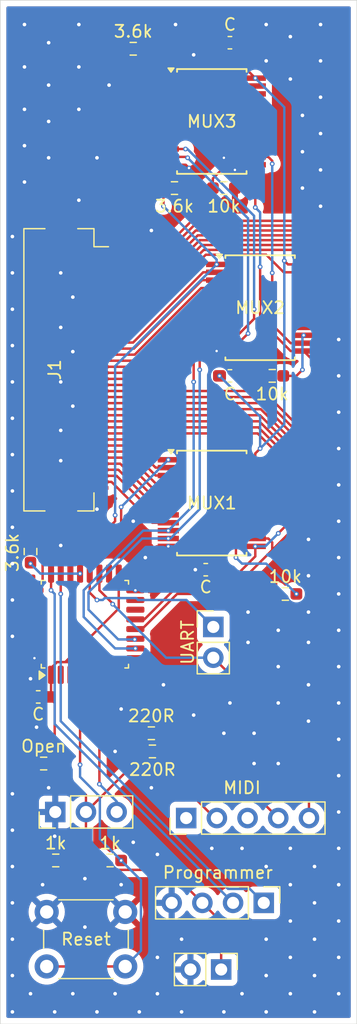
<source format=kicad_pcb>
(kicad_pcb (version 20240108) (generator "pcbnew") (generator_version "8.0")
  (layers (0 "F.Cu" signal) (31 "B.Cu" signal) (34 "B.Paste" user) (35 "F.Paste" user) (36 "B.SilkS" user "B.Silkscreen") (37 "F.SilkS" user "F.Silkscreen") (38 "B.Mask" user) (39 "F.Mask" user) (44 "Edge.Cuts" user))
  (net 0 "")
  (net 1 "VCC")
  (net 2 "Net-(STM32L031K6Tx1-NRST)")
  (net 3 "GND")
  (net 4 "Net-(STM32L031K6Tx1-BOOT0)")
  (net 5 "/IN_0")
  (net 6 "/IN_1")
  (net 7 "/IN_2")
  (net 8 "Net-(MUX3-~{E})")
  (net 9 "Net-(MUX1-~{E})")
  (net 10 "Net-(MUX2-~{E})")
  (net 11 "Net-(MIDI1-Pin_4)")
  (net 12 "Net-(MIDI1-Pin_2)")
  (net 13 "/N19")
  (net 14 "/N8")
  (net 15 "/N15")
  (net 16 "/N10")
  (net 17 "/N33")
  (net 18 "/N26")
  (net 19 "/N20")
  (net 20 "/N21")
  (net 21 "/N1")
  (net 22 "/N27")
  (net 23 "/N18")
  (net 24 "/N32")
  (net 25 "/N7")
  (net 26 "/N6")
  (net 27 "/N22")
  (net 28 "/N30")
  (net 30 "/N12")
  (net 31 "/N31")
  (net 32 "/N9")
  (net 33 "/N2")
  (net 34 "/N3")
  (net 35 "/N25")
  (net 37 "/N13")
  (net 38 "/N23")
  (net 39 "/N29")
  (net 40 "/N5")
  (net 41 "/N14")
  (net 42 "/N11")
  (net 43 "/N36")
  (net 44 "/N34")
  (net 45 "/N28")
  (net 46 "/N16")
  (net 47 "/N4")
  (net 48 "/N35")
  (net 49 "/N24")
  (net 50 "/N17")
  (net 51 "/N0")
  (net 52 "/PA0")
  (net 53 "/UART_TX")
  (net 56 "/S2")
  (net 57 "/S0")
  (net 58 "/S1")
  (net 59 "/S3")
  (net 71 "/SWDIO")
  (net 72 "/SWCLK")
  (net 73 "/UART_RX")
  (footprint "Connector_PinHeader_2.54mm:PinHeader_1x02_P2.54mm_Vertical" (layer "F.Cu") (at 109.625 145.725)
    (property "Reference" "UART")
    (property "Value" "Conn_01x02_Pin" (hide yes))
  )
  (footprint "Connector_FFC-FPC:Hirose_FH12-40S-0.5SH_1x40-1MP_P0.50mm_Horizontal" (layer "F.Cu") (at 98.45 124.5 -90)
    (property "Reference" "J1")
    (property "Value" "Conn_01x40_Pin" (hide yes))
  )
  (footprint "Resistor_SMD:R_0603_1608Metric_Pad0.98x0.95mm_HandSolder" (layer "F.Cu") (at 115.5875 143)
    (property "Reference" "10k")
    (property "Value" "R" (hide yes))
  )
  (footprint "Connector_PinHeader_2.54mm:PinHeader_1x05_P2.54mm_Vertical" (layer "F.Cu") (at 107.38 161.5 90)
    (property "Reference" "MIDI")
    (property "Value" "Conn_01x05" (hide yes))
  )
  (footprint "Connector_PinHeader_2.54mm:PinHeader_1x02_P2.54mm_Vertical" (layer "F.Cu") (at 110.275 174 -90)
    (property "Reference" "Misc_Power1" (hide yes))
    (property "Value" "Power In")
  )
  (footprint "Capacitor_SMD:C_0603_1608Metric_Pad1.08x0.95mm_HandSolder" (layer "F.Cu") (at 111 97.5 180)
    (property "Reference" "C")
    (property "Value" "C" (hide yes))
  )
  (footprint "Capacitor_SMD:C_0603_1608Metric_Pad1.08x0.95mm_HandSolder" (layer "F.Cu") (at 95.1375 151.5 180)
    (property "Reference" "C")
    (property "Value" "C" (hide yes))
  )
  (footprint "Resistor_SMD:R_0603_1608Metric_Pad0.98x0.95mm_HandSolder" (layer "F.Cu") (at 96.5875 165)
    (property "Reference" "1k")
    (property "Value" "R" (hide yes))
  )
  (footprint "Capacitor_SMD:C_0603_1608Metric_Pad1.08x0.95mm_HandSolder" (layer "F.Cu") (at 111 125)
    (property "Reference" "C")
    (property "Value" "C" (hide yes))
  )
  (footprint "Button_Switch_THT:SW_PUSH_6mm_H4.3mm" (layer "F.Cu") (at 95.8375 169.25)
    (property "Reference" "Reset")
    (property "Value" "SW_Push" (hide yes))
  )
  (footprint "Resistor_SMD:R_0603_1608Metric_Pad0.98x0.95mm_HandSolder" (layer "F.Cu") (at 94.5 139.5 -90)
    (property "Reference" "3.6k")
    (property "Value" "R" (hide yes))
  )
  (footprint "Resistor_SMD:R_0603_1608Metric_Pad0.98x0.95mm_HandSolder" (layer "F.Cu") (at 114.5 125 180)
    (property "Reference" "10k")
    (property "Value" "R" (hide yes))
  )
  (footprint "Capacitor_SMD:C_0603_1608Metric_Pad1.08x0.95mm_HandSolder" (layer "F.Cu") (at 109 141 180)
    (property "Reference" "C")
    (property "Value" "C" (hide yes))
  )
  (footprint "Resistor_SMD:R_0603_1608Metric_Pad0.98x0.95mm_HandSolder" (layer "F.Cu") (at 110.5 109.5)
    (property "Reference" "10k")
    (property "Value" "R" (hide yes))
  )
  (footprint "Resistor_SMD:R_0603_1608Metric_Pad0.98x0.95mm_HandSolder" (layer "F.Cu") (at 95.5875 157)
    (property "Reference" "Open")
    (property "Value" "R" (hide yes))
  )
  (footprint "Package_SO:SSOP-24_5.3x8.2mm_P0.65mm" (layer "F.Cu") (at 113.5 119.375)
    (property "Reference" "MUX2")
    (property "Value" "CD74HC4067M" (hide yes))
  )
  (footprint "Package_SO:SSOP-24_5.3x8.2mm_P0.65mm" (layer "F.Cu") (at 109.5 104)
    (property "Reference" "MUX3")
    (property "Value" "CD74HC4067M" (hide yes))
  )
  (footprint "Resistor_SMD:R_0603_1608Metric_Pad0.98x0.95mm_HandSolder" (layer "F.Cu") (at 106.4125 109.5)
    (property "Reference" "3.6k")
    (property "Value" "R" (hide yes))
  )
  (footprint "Resistor_SMD:R_0603_1608Metric_Pad0.98x0.95mm_HandSolder" (layer "F.Cu") (at 101.0875 165)
    (property "Reference" "1k")
    (property "Value" "R" (hide yes))
  )
  (footprint "Resistor_SMD:R_0603_1608Metric_Pad0.98x0.95mm_HandSolder" (layer "F.Cu") (at 103 98)
    (property "Reference" "3.6k")
    (property "Value" "R" (hide yes))
  )
  (footprint "Resistor_SMD:R_0603_1608Metric_Pad0.98x0.95mm_HandSolder" (layer "F.Cu") (at 104.5875 156)
    (property "Reference" "220R")
    (property "Value" "R" (hide yes))
  )
  (footprint "Resistor_SMD:R_0603_1608Metric_Pad0.98x0.95mm_HandSolder" (layer "F.Cu") (at 104.5 154.5)
    (property "Reference" "220R")
    (property "Value" "R" (hide yes))
  )
  (footprint "Connector_PinHeader_2.54mm:PinHeader_1x03_P2.54mm_Vertical" (layer "F.Cu") (at 96.5475 161 90)
    (property "Reference" "J2" (hide yes))
    (property "Value" "Breath Sensor" (hide yes))
  )
  (footprint "Package_SO:SSOP-24_5.3x8.2mm_P0.65mm" (layer "F.Cu") (at 109.5 135.5)
    (property "Reference" "MUX1")
    (property "Value" "CD74HC4067M" (hide yes))
  )
  (footprint "Connector_PinHeader_2.54mm:PinHeader_1x04_P2.54mm_Vertical" (layer "F.Cu") (at 113.8 168.5 -90)
    (property "Reference" "Programmer")
    (property "Value" "Conn_01x04" (hide yes))
  )
  (footprint "Package_QFP:LQFP-32_7x7mm_P0.8mm" (layer "F.Cu") (at 99 145.5 90)
    (property "Reference" "STM32L031K6Tx1" (hide yes))
    (property "Value" "STM32L031K6Tx" (hide yes))
  )
  (gr_rect (start 92 94) (end 121.5 178.5) (stroke (width 0.05)) (fill none) (layer "Edge.Cuts"))
  (segment (start 110.275 170.055) (end 108.72 168.5) (width 0.2) (layer "F.Cu") (net 1))
  (segment (start 102.125 141) (end 106.5 141) (width 0.2) (layer "F.Cu") (net 1))
  (segment (start 106.5 141) (end 110.5 137) (width 0.2) (layer "F.Cu") (net 1))
  (segment (start 117.1 115.8) (end 115.8 115.8) (width 0.2) (layer "F.Cu") (net 1))
  (segment (start 96.2 149.120494) (end 96.2 149.675) (width 0.2) (layer "F.Cu") (net 1))
  (segment (start 102.25 141.775) (end 101.8 141.325) (width 0.2) (layer "F.Cu") (net 1))
  (segment (start 96.5 152) (end 96 151.5) (width 0.2) (layer "F.Cu") (net 1))
  (segment (start 109.8625 141) (end 109.0875 141.775) (width 0.2) (layer "F.Cu") (net 1))
  (segment (start 115.8 115.8) (end 115.5 115.5) (width 0.2) (layer "F.Cu") (net 1))
  (segment (start 113.1 131.4) (end 113.5 131) (width 0.2) (layer "F.Cu") (net 1))
  (segment (start 98.904506 148.625) (end 96.695494 148.625) (width 0.2) (layer "F.Cu") (net 1))
  (segment (start 103.675 156.4125) (end 103.675 156) (width 0.2) (layer "F.Cu") (net 1))
  (segment (start 99.0875 163.9125) (end 100.175 165) (width 0.2) (layer "F.Cu") (net 1))
  (segment (start 99.0875 159.5875) (end 96.5 157) (width 0.2) (layer "F.Cu") (net 1))
  (segment (start 99.4 149.120494) (end 98.904506 148.625) (width 0.2) (layer "F.Cu") (net 1))
  (segment (start 105.995 165.775) (end 100.95 165.775) (width 0.2) (layer "F.Cu") (net 1))
  (segment (start 97.375 148.625) (end 96.695494 148.625) (width 0.2) (layer "F.Cu") (net 1))
  (segment (start 112.025 131.925) (end 113.1 131.925) (width 0.2) (layer "F.Cu") (net 1))
  (segment (start 96.5 157) (end 96.5 152) (width 0.2) (layer "F.Cu") (net 1))
  (segment (start 108.72 168.5) (end 105.995 165.775) (width 0.2) (layer "F.Cu") (net 1))
  (segment (start 96.695494 148.625) (end 96.2 149.120494) (width 0.2) (layer "F.Cu") (net 1))
  (segment (start 111.8625 99.1875) (end 113.1 100.425) (width 0.2) (layer "F.Cu") (net 1))
  (segment (start 110.275 174) (end 110.275 170.055) (width 0.2) (layer "F.Cu") (net 1))
  (segment (start 113.1 131.925) (end 113.1 131.4) (width 0.2) (layer "F.Cu") (net 1))
  (segment (start 101.8 144.2) (end 97.375 148.625) (width 0.2) (layer "F.Cu") (net 1))
  (segment (start 100.95 165.775) (end 100.175 165) (width 0.2) (layer "F.Cu") (net 1))
  (segment (start 99.0875 161) (end 99.0875 159.5875) (width 0.2) (layer "F.Cu") (net 1))
  (segment (start 109.0875 141.775) (end 102.25 141.775) (width 0.2) (layer "F.Cu") (net 1))
  (segment (start 111.8625 97.5) (end 111.8625 99.1875) (width 0.2) (layer "F.Cu") (net 1))
  (segment (start 96.2 149.675) (end 96.2 151.3) (width 0.2) (layer "F.Cu") (net 1))
  (segment (start 99.0875 161) (end 99.0875 163.9125) (width 0.2) (layer "F.Cu") (net 1))
  (segment (start 110.5 137) (end 110.5 133.45) (width 0.2) (layer "F.Cu") (net 1))
  (segment (start 99.4 149.675) (end 99.4 149.120494) (width 0.2) (layer "F.Cu") (net 1))
  (segment (start 99.0875 161) (end 103.675 156.4125) (width 0.2) (layer "F.Cu") (net 1))
  (segment (start 101.8 141.325) (end 101.8 144.2) (width 0.2) (layer "F.Cu") (net 1))
  (segment (start 110.5 133.45) (end 112.025 131.925) (width 0.2) (layer "F.Cu") (net 1))
  (segment (start 96.2 151.3) (end 96 151.5) (width 0.2) (layer "F.Cu") (net 1))
  (segment (start 101.8 141.325) (end 102.125 141) (width 0.2) (layer "F.Cu") (net 1))
  (via micro (at 113.1 100.425) (size 0.4) (drill 0.2) (layers "F.Cu" "B.Cu") (net 1))
  (via micro (at 113.5 131) (size 0.4) (drill 0.2) (layers "F.Cu" "B.Cu") (net 1))
  (via micro (at 110.1375 125) (size 0.4) (drill 0.2) (layers "F.Cu" "B.Cu") (net 1))
  (via micro (at 115.5 115.5) (size 0.4) (drill 0.2) (layers "F.Cu" "B.Cu") (net 1))
  (segment (start 115.5 102.825) (end 115.5 115.5) (width 0.2) (layer "B.Cu") (net 1))
  (segment (start 113.5 128.3625) (end 110.1375 125) (width 0.2) (layer "B.Cu") (net 1))
  (segment (start 113.5 131) (end 115.5 129) (width 0.2) (layer "B.Cu") (net 1))
  (segment (start 113.1 100.425) (end 115.5 102.825) (width 0.2) (layer "B.Cu") (net 1))
  (segment (start 113.5 131) (end 113.5 128.3625) (width 0.2) (layer "B.Cu") (net 1))
  (segment (start 115.5 129) (end 115.5 115.5) (width 0.2) (layer "B.Cu") (net 1))
  (segment (start 95.8375 173.75) (end 102.3375 173.75) (width 0.2) (layer "F.Cu") (net 2))
  (segment (start 98.6 157.1) (end 98.6 149.675) (width 0.2) (layer "F.Cu") (net 2))
  (via micro (at 102 165) (size 0.4) (drill 0.2) (layers "F.Cu" "B.Cu") (net 2))
  (via micro (at 98.6 157.1) (size 0.4) (drill 0.2) (layers "F.Cu" "B.Cu") (net 2))
  (segment (start 102 165) (end 103.6375 166.6375) (width 0.2) (layer "B.Cu") (net 2))
  (segment (start 100.2375 163.2375) (end 102 165) (width 0.2) (layer "B.Cu") (net 2))
  (segment (start 103.6375 172.45) (end 102.3375 173.75) (width 0.2) (layer "B.Cu") (net 2))
  (segment (start 98.6 157.1) (end 98.6 158.1) (width 0.2) (layer "B.Cu") (net 2))
  (segment (start 100.2375 159.7375) (end 100.2375 163.2375) (width 0.2) (layer "B.Cu") (net 2))
  (segment (start 98.6 158.1) (end 100.2375 159.7375) (width 0.2) (layer "B.Cu") (net 2))
  (segment (start 103.6375 166.6375) (end 103.6375 172.45) (width 0.2) (layer "B.Cu") (net 2))
  (segment (start 110.5 107) (end 109.5 107) (width 0.2) (layer "F.Cu") (net 3))
  (segment (start 111.8625 125) (end 111.8625 124.9125) (width 0.2) (layer "F.Cu") (net 3))
  (segment (start 111.8625 124.9125) (end 109.9 122.95) (width 0.2) (layer "F.Cu") (net 3))
  (segment (start 107.340649 107.575) (end 107.610685 107.845036) (width 0.2) (layer "F.Cu") (net 3))
  (segment (start 108.654964 107.845036) (end 107.610685 107.845036) (width 0.2) (layer "F.Cu") (net 3))
  (segment (start 99.25 134.25) (end 97 132) (width 0.2) (layer "F.Cu") (net 3))
  (segment (start 100.3 135.7) (end 100 136) (width 0.2) (layer "F.Cu") (net 3))
  (segment (start 111.8625 125) (end 113.5875 125) (width 0.2) (layer "F.Cu") (net 3))
  (segment (start 105.9 107.575) (end 107.340649 107.575) (width 0.2) (layer "F.Cu") (net 3))
  (segment (start 105.9 139.075) (end 104.925 139.075) (width 0.2) (layer "F.Cu") (net 3))
  (segment (start 100.3 134.25) (end 100.3 135.7) (width 0.2) (layer "F.Cu") (net 3))
  (segment (start 104.925 139.075) (end 104 140) (width 0.2) (layer "F.Cu") (net 3))
  (segment (start 100.3 134.25) (end 99.25 134.25) (width 0.2) (layer "F.Cu") (net 3))
  (segment (start 109.5 107) (end 108.654964 107.845036) (width 0.2) (layer "F.Cu") (net 3))
  (via (at 116 167) (size 0.6) (drill 0.3) (layers "F.Cu" "B.Cu") (net 3))
  (via (at 96 101) (size 0.6) (drill 0.3) (layers "F.Cu" "B.Cu") (net 3))
  (via (at 112.5 147) (size 0.6) (drill 0.3) (layers "F.Cu" "B.Cu") (net 3))
  (via (at 118 174.5) (size 0.6) (drill 0.3) (layers "F.Cu" "B.Cu") (net 3))
  (via (at 117 103.5) (size 0.6) (drill 0.3) (layers "F.Cu" "B.Cu") (net 3))
  (via (at 118.5 111) (size 0.6) (drill 0.3) (layers "F.Cu" "B.Cu") (net 3))
  (via (at 101.5 176) (size 0.6) (drill 0.3) (layers "F.Cu" "B.Cu") (net 3))
  (via (at 98 176) (size 0.6) (drill 0.3) (layers "F.Cu" "B.Cu") (net 3))
  (via (at 115 149) (size 0.6) (drill 0.3) (layers "F.Cu" "B.Cu") (net 3))
  (via (at 120 131) (size 0.6) (drill 0.3) (layers "F.Cu" "B.Cu") (net 3))
  (via (at 120 125) (size 0.6) (drill 0.3) (layers "F.Cu" "B.Cu") (net 3))
  (via (at 120 143) (size 0.6) (drill 0.3) (layers "F.Cu" "B.Cu") (net 3))
  (via (at 120 152) (size 0.6) (drill 0.3) (layers "F.Cu" "B.Cu") (net 3))
  (via (at 104 140) (size 0.6) (drill 0.3) (layers "F.Cu" "B.Cu") (net 3))
  (via (at 117.5 138.5) (size 0.6) (drill 0.3) (layers "F.Cu" "B.Cu") (net 3))
  (via (at 93 177.5) (size 0.6) (drill 0.3) (layers "F.Cu" "B.Cu") (net 3))
  (via (at 94 96) (size 0.6) (drill 0.3) (layers "F.Cu" "B.Cu") (net 3))
  (via (at 97 125.5) (size 0.6) (drill 0.3) (layers "F.Cu" "B.Cu") (net 3))
  (via (at 120 149) (size 0.6) (drill 0.3) (layers "F.Cu" "B.Cu") (net 3))
  (via micro (at 110.5 107) (size 0.4) (drill 0.2) (layers "F.Cu" "B.Cu") (net 3))
  (via (at 108 98.5) (size 0.6) (drill 0.3) (layers "F.Cu" "B.Cu") (net 3))
  (via (at 113 154.5) (size 0.6) (drill 0.3) (layers "F.Cu" "B.Cu") (net 3))
  (via (at 98 123) (size 0.6) (drill 0.3) (layers "F.Cu" "B.Cu") (net 3))
  (via (at 120 158) (size 0.6) (drill 0.3) (layers "F.Cu" "B.Cu") (net 3))
  (via (at 114 165.5) (size 0.6) (drill 0.3) (layers "F.Cu" "B.Cu") (net 3))
  (via (at 120 146) (size 0.6) (drill 0.3) (layers "F.Cu" "B.Cu") (net 3))
  (via (at 93 171.5) (size 0.6) (drill 0.3) (layers "F.Cu" "B.Cu") (net 3))
  (via (at 120 173) (size 0.6) (drill 0.3) (layers "F.Cu" "B.Cu") (net 3))
  (via (at 93 119.5) (size 0.6) (drill 0.3) (layers "F.Cu" "B.Cu") (net 3))
  (via (at 117 106.5) (size 0.6) (drill 0.3) (layers "F.Cu" "B.Cu") (net 3))
  (via (at 102 167) (size 0.6) (drill 0.3) (layers "F.Cu" "B.Cu") (net 3))
  (via (at 117.5 153.5) (size 0.6) (drill 0.3) (layers "F.Cu" "B.Cu") (net 3))
  (via (at 103 137) (size 0.6) (drill 0.3) (layers "F.Cu" "B.Cu") (net 3))
  (via (at 98 118.5) (size 0.6) (drill 0.3) (layers "F.Cu" "B.Cu") (net 3))
  (via (at 98.5 110.5) (size 0.6) (drill 0.3) (layers "F.Cu" "B.Cu") (net 3))
  (via (at 112.5 144.5) (size 0.6) (drill 0.3) (layers "F.Cu" "B.Cu") (net 3))
  (via (at 120 122) (size 0.6) (drill 0.3) (layers "F.Cu" "B.Cu") (net 3))
  (via (at 93 128.5) (size 0.6) (drill 0.3) (layers "F.Cu" "B.Cu") (net 3))
  (via (at 94 109) (size 0.6) (drill 0.3) (layers "F.Cu" "B.Cu") (net 3))
  (via (at 120 164) (size 0.6) (drill 0.3) (layers "F.Cu" "B.Cu") (net 3))
  (via (at 110.5 154.5) (size 0.6) (drill 0.3) (layers "F.Cu" "B.Cu") (net 3))
  (via micro (at 111.4125 108) (size 0.4) (drill 0.2) (layers "F.Cu" "B.Cu") (net 3))
  (via (at 93 168.5) (size 0.6) (drill 0.3) (layers "F.Cu" "B.Cu") (net 3))
  (via (at 108 153) (size 0.6) (drill 0.3) (layers "F.Cu" "B.Cu") (net 3))
  (via (at 107 171.5) (size 0.6) (drill 0.3) (layers "F.Cu" "B.Cu") (net 3))
  (via (at 118.5 108) (size 0.6) (drill 0.3) (layers "F.Cu" "B.Cu") (net 3))
  (via (at 117.5 147) (size 0.6) (drill 0.3) (layers "F.Cu" "B.Cu") (net 3))
  (via (at 103 163.5) (size 0.6) (drill 0.3) (layers "F.Cu" "B.Cu") (net 3))
  (via (at 116 173) (size 0.6) (drill 0.3) (layers "F.Cu" "B.Cu") (net 3))
  (via (at 93 159.5) (size 0.6) (drill 0.3) (layers "F.Cu" "B.Cu") (net 3))
  (via (at 120 128) (size 0.6) (drill 0.3) (layers "F.Cu" "B.Cu") (net 3))
  (via (at 116 170) (size 0.6) (drill 0.3) (layers "F.Cu" "B.Cu") (net 3))
  (via (at 97 139) (size 0.6) (drill 0.3) (layers "F.Cu" "B.Cu") (net 3))
  (via (at 110.5 177.5) (size 0.6) (drill 0.3) (layers "F.Cu" "B.Cu") (net 3))
  (via (at 98.5 99.5) (size 0.6) (drill 0.3) (layers "F.Cu" "B.Cu") (net 3))
  (via (at 93 162.5) (size 0.6) (drill 0.3) (layers "F.Cu" "B.Cu") (net 3))
  (via (at 117.5 141.5) (size 0.6) (drill 0.3) (layers "F.Cu" "B.Cu") (net 3))
  (via (at 93 131.5) (size 0.6) (drill 0.3) (layers "F.Cu" "B.Cu") (net 3))
  (via (at 118 168.5) (size 0.6) (drill 0.3) (layers "F.Cu" "B.Cu") (net 3))
  (via (at 106.5 96) (size 0.6) (drill 0.3) (layers "F.Cu" "B.Cu") (net 3))
  (via (at 93 140.5) (size 0.6) (drill 0.3) (layers "F.Cu" "B.Cu") (net 3))
  (via (at 120 137) (size 0.6) (drill 0.3) (layers "F.Cu" "B.Cu") (net 3))
  (via (at 114 99) (size 0.6) (drill 0.3) (layers "F.Cu" "B.Cu") (net 3))
  (via (at 114 174.5) (size 0.6) (drill 0.3) (layers "F.Cu" "B.Cu") (net 3))
  (via (at 98.5 103) (size 0.6) (drill 0.3) (layers "F.Cu" "B.Cu") (net 3))
  (via (at 116 176) (size 0.6) (drill 0.3) (layers "F.Cu" "B.Cu") (net 3))
  (via (at 120 140) (size 0.6) (drill 0.3) (layers "F.Cu" "B.Cu") (net 3))
  (via (at 114 171.5) (size 0.6) (drill 0.3) (layers "F.Cu" "B.Cu") (net 3))
  (via (at 93 134.5) (size 0.6) (drill 0.3) (layers "F.Cu" "B.Cu") (net 3))
  (via (at 111 152) (size 0.6) (drill 0.3) (layers "F.Cu" "B.Cu") (net 3))
  (via (at 104.5 159) (size 0.6) (drill 0.3) (layers "F.Cu" "B.Cu") (net 3))
  (via (at 93 174.5) (size 0.6) (drill 0.3) (layers "F.Cu" "B.Cu") (net 3))
  (via (at 116 97) (size 0.6) (drill 0.3) (layers "F.Cu" "B.Cu") (net 3))
  (via (at 100 177.5) (size 0.6) (drill 0.3) (layers "F.Cu" "B.Cu") (net 3))
  (via (at 120 134) (size 0.6) (drill 0.3) (layers "F.Cu" "B.Cu") (net 3))
  (via micro (at 107.610685 107.845036) (size 0.4) (drill 0.2) (layers "F.Cu" "B.Cu") (net 3))
  (via (at 93 143.5) (size 0.6) (drill 0.3) (layers "F.Cu" "B.Cu") (net 3))
  (via (at 96 104) (size 0.6) (drill 0.3) (layers "F.Cu" "B.Cu") (net 3))
  (via (at 118.5 96) (size 0.6) (drill 0.3) (layers "F.Cu" "B.Cu") (net 3))
  (via (at 96 97.5) (size 0.6) (drill 0.3) (layers "F.Cu" "B.Cu") (net 3))
  (via (at 97 132) (size 0.6) (drill 0.3) (layers "F.Cu" "B.Cu") (net 3))
  (via (at 116 164) (size 0.6) (drill 0.3) (layers "F.Cu" "B.Cu") (net 3))
  (via (at 93 122.5) (size 0.6) (drill 0.3) (layers "F.Cu" "B.Cu") (net 3))
  (via (at 98.5 96) (size 0.6) (drill 0.3) (layers "F.Cu" "B.Cu") (net 3))
  (via (at 112 176) (size 0.6) (drill 0.3) (layers "F.Cu" "B.Cu") (net 3))
  (via (at 93 137.5) (size 0.6) (drill 0.3) (layers "F.Cu" "B.Cu") (net 3))
  (via (at 100 136) (size 0.6) (drill 0.3) (layers "F.Cu" "B.Cu") (net 3))
  (via (at 112 164) (size 0.6) (drill 0.3) (layers "F.Cu" "B.Cu") (net 3))
  (via (at 97 121) (size 0.6) (drill 0.3) (layers "F.Cu" "B.Cu") (net 3))
  (via (at 120 155) (size 0.6) (drill 0.3) (layers "F.Cu" "B.Cu") (net 3))
  (via (at 117.5 150.5) (size 0.6) (drill 0.3) (layers "F.Cu" "B.Cu") (net 3))
  (via (at 97 129.5) (size 0.6) (drill 0.3) (layers "F.Cu" "B.Cu") (net 3))
  (via (at 96 159) (size 0.6) (drill 0.3) (layers "F.Cu" "B.Cu") (net 3))
  (via (at 114 96) (size 0.6) (drill 0.3) (layers "F.Cu" "B.Cu") (net 3))
  (via (at 118 165.5) (size 0.6) (drill 0.3) (layers "F.Cu" "B.Cu") (net 3))
  (via (at 94.5 176) (size 0.6) (drill 0.3) (layers "F.Cu" "B.Cu") (net 3))
  (via (at 113 157) (size 0.6) (drill 0.3) (layers "F.Cu" "B.Cu") (net 3))
  (via (at 107 177.5) (size 0.6) (drill 0.3) (layers "F.Cu" "B.Cu") (net 3))
  (via (at 99 166.5) (size 0.6) (drill 0.3) (layers "F.Cu" "B.Cu") (net 3))
  (via (at 93 125.5) (size 0.6) (drill 0.3) (layers "F.Cu" "B.Cu") (net 3))
  (via (at 115 152) (size 0.6) (drill 0.3) (layers "F.Cu" "B.Cu") (net 3))
  (via (at 118.5 99) (size 0.6) (drill 0.3) (layers "F.Cu" "B.Cu") (net 3))
  (via (at 115 157) (size 0.6) (drill 0.3) (layers "F.Cu" "B.Cu") (net 3))
  (via (at 105 173) (size 0.6) (drill 0.3) (layers "F.Cu" "B.Cu") (net 3))
  (via micro (at 94.825 148.3) (size 0.4) (drill 0.2) (layers "F.Cu" "B.Cu") (net 3))
  (via (at 120 161) (size 0.6) (drill 0.3) (layers "F.Cu" "B.Cu") (net 3))
  (via (at 93 113.5) (size 0.6) (drill 0.3) (layers "F.Cu" "B.Cu") (net 3))
  (via (at 118.5 102) (size 0.6) (drill 0.3) (layers "F.Cu" "B.Cu") (net 3))
  (via (at 116 100.5) (size 0.6) (drill 0.3) (layers "F.Cu" "B.Cu") (net 3))
  (via (at 101.5 156) (size 0.6) (drill 0.3) (layers "F.Cu" "B.Cu") (net 3))
  (via (at 96 107) (size 0.6) (drill 0.3) (layers "F.Cu" "B.Cu") (net 3))
  (via (at 118 171.5) (size 0.6) (drill 0.3) (layers "F.Cu" "B.Cu") (net 3))
  (via (at 108.1375 141) (size 0.6) (drill 0.3) (layers "F.Cu" "B.Cu") (net 3))
  (via (at 99 170.5) (size 0.6) (drill 0.3) (layers "F.Cu" "B.Cu") (net 3))
  (via (at 93 165.5) (size 0.6) (drill 0.3) (layers "F.Cu" "B.Cu") (net 3))
  (via (at 101 101) (size 0.6) (drill 0.3) (layers "F.Cu" "B.Cu") (net 3))
  (via (at 98 127.5) (size 0.6) (drill 0.3) (layers "F.Cu" "B.Cu") (net 3))
  (via (at 97 116.5) (size 0.6) (drill 0.3) (layers "F.Cu" "B.Cu") (net 3))
  (via (at 93 146.5) (size 0.6) (drill 0.3) (layers "F.Cu" "B.Cu") (net 3))
  (via (at 95.5 167) (size 0.6) (drill 0.3) (layers "F.Cu" "B.Cu") (net 3))
  (via (at 96.5 177.5) (size 0.6) (drill 0.3) (layers "F.Cu" "B.Cu") (net 3))
  (via (at 118 177.5) (size 0.6) (drill 0.3) (layers "F.Cu" "B.Cu") (net 3))
  (via (at 94.5 150) (size 0.6) (drill 0.3) (layers "F.Cu" "B.Cu") (net 3))
  (via (at 115 146) (size 0.6) (drill 0.3) (layers "F.Cu" "B.Cu") (net 3))
  (via (at 120 170) (size 0.6) (drill 0.3) (layers "F.Cu" "B.Cu") (net 3))
  (via (at 105 176) (size 0.6) (drill 0.3) (layers "F.Cu" "B.Cu") (net 3))
  (via (at 103.5 177.5) (size 0.6) (drill 0.3) (layers "F.Cu" "B.Cu") (net 3))
  (via (at 96.5 163) (size 0.6) (drill 0.3) (layers "F.Cu" "B.Cu") (net 3))
  (via (at 93 116.5) (size 0.6) (drill 0.3) (layers "F.Cu" "B.Cu") (net 3))
  (via (at 117 109.5) (size 0.6) (drill 0.3) (layers "F.Cu" "B.Cu") (net 3))
  (via (at 104.5 113) (size 0.6) (drill 0.3) (layers "F.Cu" "B.Cu") (net 3))
  (via micro (at 105.9 139.075) (size 0.4) (drill 0.2) (layers "F.Cu" "B.Cu") (net 3))
  (via (at 94 103) (size 0.6) (drill 0.3) (layers "F.Cu" "B.Cu") (net 3))
  (via (at 109.5 164) (size 0.6) (drill 0.3) (layers "F.Cu" "B.Cu") (net 3))
  (via (at 102 152.5) (size 0.6) (drill 0.3) (layers "F.Cu" "B.Cu") (net 3))
  (via (at 114 177.5) (size 0.6) (drill 0.3) (layers "F.Cu" "B.Cu") (net 3))
  (via (at 100 107) (size 0.6) (drill 0.3) (layers "F.Cu" "B.Cu") (net 3))
  (via (at 94 106) (size 0.6) (drill 0.3) (layers "F.Cu" "B.Cu") (net 3))
  (via (at 94 99.5) (size 0.6) (drill 0.3) (layers "F.Cu" "B.Cu") (net 3))
  (via (at 120 167) (size 0.6) (drill 0.3) (layers "F.Cu" "B.Cu") (net 3))
  (via (at 105 164.5) (size 0.6) (drill 0.3) (layers "F.Cu" "B.Cu") (net 3))
  (via (at 105.5 150.5) (size 0.6) (drill 0.3) (layers "F.Cu" "B.Cu") (net 3))
  (via micro (at 103.175 142.7) (size 0.4) (drill 0.2) (layers "F.Cu" "B.Cu") (net 3))
  (via (at 95 154) (size 0.6) (drill 0.3) (layers "F.Cu" "B.Cu") (net 3))
  (via (at 120 176) (size 0.6) (drill 0.3) (layers "F.Cu" "B.Cu") (net 3))
  (via (at 118.5 105) (size 0.6) (drill 0.3) (layers "F.Cu" "B.Cu") (net 3))
  (via (at 117.5 144.5) (size 0.6) (drill 0.3) (layers "F.Cu" "B.Cu") (net 3))
  (via micro (at 109.9 122.95) (size 0.4) (drill 0.2) (layers "F.Cu" "B.Cu") (net 3))
  (segment (start 112 112.234351) (end 107.610685 107.845036) (width 0.2) (layer "B.Cu") (net 3))
  (segment (start 106.2125 139.075) (end 105.9 139.075) (width 0.2) (layer "B.Cu") (net 3))
  (segment (start 111.4125 108) (end 111.4125 107.9125) (width 0.2) (layer "B.Cu") (net 3))
  (segment (start 109.9 122.95) (end 112 120.85) (width 0.2) (layer "B.Cu") (net 3))
  (segment (start 111.4125 107.9125) (end 110.5 107) (width 0.2) (layer "B.Cu") (net 3))
  (segment (start 112 120.85) (end 112 112.234351) (width 0.2) (layer "B.Cu") (net 3))
  (segment (start 108.1375 141) (end 106.2125 139.075) (width 0.2) (layer "B.Cu") (net 3))
  (segment (start 94.675 157) (end 93.4375 155.7625) (width 0.2) (layer "F.Cu") (net 4))
  (segment (start 94.675 164) (end 94.675 157) (width 0.2) (layer "F.Cu") (net 4))
  (segment (start 93.4375 155.7625) (end 93.4375 148.137501) (width 0.2) (layer "F.Cu") (net 4))
  (segment (start 95.675 165) (end 94.675 164) (width 0.2) (layer "F.Cu") (net 4))
  (segment (start 94.075001 147.5) (end 94.825 147.5) (width 0.2) (layer "F.Cu") (net 4))
  (segment (start 93.4375 148.137501) (end 94.075001 147.5) (width 0.2) (layer "F.Cu") (net 4))
  (segment (start 102 135.825) (end 102 137.175001) (width 0.2) (layer "F.Cu") (net 5))
  (segment (start 98.6 140.575001) (end 98.6 141.325) (width 0.2) (layer "F.Cu") (net 5))
  (segment (start 102 137.175001) (end 98.6 140.575001) (width 0.2) (layer "F.Cu") (net 5))
  (via micro (at 94.5 140.5) (size 0.4) (drill 0.2) (layers "F.Cu" "B.Cu") (net 5))
  (via micro (at 98.6 141.325) (size 0.4) (drill 0.2) (layers "F.Cu" "B.Cu") (net 5))
  (via micro (at 105.9 131.925) (size 0.4) (drill 0.2) (layers "F.Cu" "B.Cu") (net 5))
  (via micro (at 102 135.825) (size 0.4) (drill 0.2) (layers "F.Cu" "B.Cu") (net 5))
  (segment (start 94.5 140.5) (end 95.325 141.325) (width 0.2) (layer "B.Cu") (net 5))
  (segment (start 102 135.825) (end 105.9 131.925) (width 0.2) (layer "B.Cu") (net 5))
  (segment (start 95.325 141.325) (end 98.6 141.325) (width 0.2) (layer "B.Cu") (net 5))
  (segment (start 101.5 137) (end 97.8 140.7) (width 0.2) (layer "F.Cu") (net 6))
  (segment (start 97.8 140.7) (end 97.8 141.325) (width 0.2) (layer "F.Cu") (net 6))
  (segment (start 101.5 136.5) (end 101.5 137) (width 0.2) (layer "F.Cu") (net 6))
  (segment (start 105.5 109.5) (end 105.5 111) (width 0.2) (layer "F.Cu") (net 6))
  (via micro (at 105.5 111) (size 0.4) (drill 0.2) (layers "F.Cu" "B.Cu") (net 6))
  (via micro (at 101.5 136.5) (size 0.4) (drill 0.2) (layers "F.Cu" "B.Cu") (net 6))
  (via micro (at 109.9 115.8) (size 0.4) (drill 0.2) (layers "F.Cu" "B.Cu") (net 6))
  (segment (start 101.5 124.2) (end 109.9 115.8) (width 0.2) (layer "B.Cu") (net 6))
  (segment (start 109.9 115.4) (end 105.5 111) (width 0.2) (layer "B.Cu") (net 6))
  (segment (start 101.5 136.5) (end 101.5 124.2) (width 0.2) (layer "B.Cu") (net 6))
  (segment (start 109.9 115.8) (end 109.9 115.4) (width 0.2) (layer "B.Cu") (net 6))
  (segment (start 95.5 142.025) (end 94.825 142.7) (width 0.2) (layer "F.Cu") (net 7))
  (segment (start 105.9 100.425) (end 104.825 100.425) (width 0.2) (layer "F.Cu") (net 7))
  (segment (start 105.9 100.425) (end 105.9 99.9875) (width 0.2) (layer "F.Cu") (net 7))
  (segment (start 95.5 109.75) (end 95.5 142.025) (width 0.2) (layer "F.Cu") (net 7))
  (segment (start 104.825 100.425) (end 95.5 109.75) (width 0.2) (layer "F.Cu") (net 7))
  (segment (start 105.9 99.9875) (end 103.9125 98) (width 0.2) (layer "F.Cu") (net 7))
  (segment (start 112.025 106.275) (end 113.1 106.275) (width 0.2) (layer "F.Cu") (net 8))
  (segment (start 109.5875 109.5) (end 109.5875 108.7125) (width 0.2) (layer "F.Cu") (net 8))
  (segment (start 109.5875 108.7125) (end 112.025 106.275) (width 0.2) (layer "F.Cu") (net 8))
  (segment (start 111.5 138.3) (end 111.5 140) (width 0.2) (layer "F.Cu") (net 9))
  (segment (start 113.1 137.775) (end 112.025 137.775) (width 0.2) (layer "F.Cu") (net 9))
  (segment (start 112.025 137.775) (end 111.5 138.3) (width 0.2) (layer "F.Cu") (net 9))
  (via micro (at 111.5 140) (size 0.4) (drill 0.2) (layers "F.Cu" "B.Cu") (net 9))
  (via micro (at 116.5 143) (size 0.4) (drill 0.2) (layers "F.Cu" "B.Cu") (net 9))
  (segment (start 111.5 140) (end 112 140.5) (width 0.2) (layer "B.Cu") (net 9))
  (segment (start 112 140.5) (end 114 140.5) (width 0.2) (layer "B.Cu") (net 9))
  (segment (start 114 140.5) (end 116.5 143) (width 0.2) (layer "B.Cu") (net 9))
  (segment (start 115.4125 125) (end 116.5 125) (width 0.2) (layer "F.Cu") (net 10))
  (segment (start 116.5 125) (end 117 124.5) (width 0.2) (layer "F.Cu") (net 10))
  (via micro (at 117.1 121.65) (size 0.4) (drill 0.2) (layers "F.Cu" "B.Cu") (net 10))
  (via micro (at 117 124.5) (size 0.4) (drill 0.2) (layers "F.Cu" "B.Cu") (net 10))
  (segment (start 117 121.75) (end 117.1 121.65) (width 0.2) (layer "B.Cu") (net 10))
  (segment (start 117 124.5) (end 117 121.75) (width 0.2) (layer "B.Cu") (net 10))
  (segment (start 105.5 156) (end 109.5 156) (width 0.2) (layer "F.Cu") (net 11))
  (segment (start 109.5 156) (end 115 161.5) (width 0.2) (layer "F.Cu") (net 11))
  (segment (start 104.7125 156.466722) (end 104.7125 155.2) (width 0.2) (layer "F.Cu") (net 12))
  (segment (start 109.92 161.5) (end 109.745778 161.5) (width 0.2) (layer "F.Cu") (net 12))
  (segment (start 104.7125 155.2) (end 105.4125 154.5) (width 0.2) (layer "F.Cu") (net 12))
  (segment (start 109.745778 161.5) (end 104.7125 156.466722) (width 0.2) (layer "F.Cu") (net 12))
  (segment (start 100.3 124.25) (end 103.25 124.25) (width 0.2) (layer "F.Cu") (net 13))
  (segment (start 108.45 119.05) (end 109 119.05) (width 0.2) (layer "F.Cu") (net 13))
  (segment (start 103.25 124.25) (end 108.45 119.05) (width 0.2) (layer "F.Cu") (net 13))
  (segment (start 114.6 132.15) (end 114.175 132.575) (width 0.2) (layer "F.Cu") (net 14))
  (segment (start 114.6 131.059802) (end 114.6 132.15) (width 0.2) (layer "F.Cu") (net 14))
  (segment (start 113.290198 129.75) (end 114.6 131.059802) (width 0.2) (layer "F.Cu") (net 14))
  (segment (start 114.175 132.575) (end 113.1 132.575) (width 0.2) (layer "F.Cu") (net 14))
  (segment (start 100.3 129.75) (end 113.290198 129.75) (width 0.2) (layer "F.Cu") (net 14))
  (segment (start 100.3 126.25) (end 113.75 126.25) (width 0.2) (layer "F.Cu") (net 15))
  (segment (start 114.440686 137.125) (end 113.1 137.125) (width 0.2) (layer "F.Cu") (net 15))
  (segment (start 117.5 130) (end 117.5 134.065686) (width 0.2) (layer "F.Cu") (net 15))
  (segment (start 117.5 134.065686) (end 114.440686 137.125) (width 0.2) (layer "F.Cu") (net 15))
  (segment (start 113.75 126.25) (end 117.5 130) (width 0.2) (layer "F.Cu") (net 15))
  (segment (start 113.42157 128.75) (end 115.470343 130.798773) (width 0.2) (layer "F.Cu") (net 16))
  (segment (start 115.470343 130.798773) (end 115.470343 132.529657) (width 0.2) (layer "F.Cu") (net 16))
  (segment (start 100.3 128.75) (end 113.42157 128.75) (width 0.2) (layer "F.Cu") (net 16))
  (segment (start 114.125 133.875) (end 113.1 133.875) (width 0.2) (layer "F.Cu") (net 16))
  (segment (start 115.470343 132.529657) (end 114.125 133.875) (width 0.2) (layer "F.Cu") (net 16))
  (segment (start 104.909315 104.975) (end 105.9 104.975) (width 0.2) (layer "F.Cu") (net 17))
  (segment (start 100.3 117.25) (end 101.397058 117.25) (width 0.2) (layer "F.Cu") (net 17))
  (segment (start 101.397058 117.25) (end 102.7 115.947058) (width 0.2) (layer "F.Cu") (net 17))
  (segment (start 102.7 107.184315) (end 104.909315 104.975) (width 0.2) (layer "F.Cu") (net 17))
  (segment (start 102.7 115.947058) (end 102.7 107.184315) (width 0.2) (layer "F.Cu") (net 17))
  (segment (start 118.675 114.675) (end 118.675 117.25) (width 0.2) (layer "F.Cu") (net 18))
  (segment (start 102.118628 120.75) (end 108.668628 114.2) (width 0.2) (layer "F.Cu") (net 18))
  (segment (start 100.3 120.75) (end 102.118628 120.75) (width 0.2) (layer "F.Cu") (net 18))
  (segment (start 118.2 114.2) (end 118.675 114.675) (width 0.2) (layer "F.Cu") (net 18))
  (segment (start 108.668628 114.2) (end 118.2 114.2) (width 0.2) (layer "F.Cu") (net 18))
  (segment (start 118.175 117.75) (end 117.1 117.75) (width 0.2) (layer "F.Cu") (net 18))
  (segment (start 118.675 117.25) (end 118.175 117.75) (width 0.2) (layer "F.Cu") (net 18))
  (segment (start 100.3 123.75) (end 103.184314 123.75) (width 0.2) (layer "F.Cu") (net 19))
  (segment (start 108.534314 118.4) (end 109 118.4) (width 0.2) (layer "F.Cu") (net 19))
  (segment (start 103.184314 123.75) (end 108.534314 118.4) (width 0.2) (layer "F.Cu") (net 19))
  (segment (start 103.118628 123.25) (end 108.618628 117.75) (width 0.2) (layer "F.Cu") (net 20))
  (segment (start 100.3 123.25) (end 103.118628 123.25) (width 0.2) (layer "F.Cu") (net 20))
  (segment (start 108.618628 117.75) (end 109 117.75) (width 0.2) (layer "F.Cu") (net 20))
  (segment (start 101.625 133.25) (end 104.85 136.475) (width 0.2) (layer "F.Cu") (net 21))
  (segment (start 100.3 133.25) (end 101.625 133.25) (width 0.2) (layer "F.Cu") (net 21))
  (segment (start 104.85 136.475) (end 105.9 136.475) (width 0.2) (layer "F.Cu") (net 21))
  (segment (start 108.502942 113.8) (end 118.365686 113.8) (width 0.2) (layer "F.Cu") (net 22))
  (segment (start 119.075 117.925) (end 118.6 118.4) (width 0.2) (layer "F.Cu") (net 22))
  (segment (start 119.075 114.509314) (end 119.075 117.925) (width 0.2) (layer "F.Cu") (net 22))
  (segment (start 102.052942 120.25) (end 108.502942 113.8) (width 0.2) (layer "F.Cu") (net 22))
  (segment (start 118.6 118.4) (end 117.1 118.4) (width 0.2) (layer "F.Cu") (net 22))
  (segment (start 118.365686 113.8) (end 119.075 114.509314) (width 0.2) (layer "F.Cu") (net 22))
  (segment (start 100.3 120.25) (end 102.052942 120.25) (width 0.2) (layer "F.Cu") (net 22))
  (segment (start 100.3 124.75) (end 103.593628 124.75) (width 0.2) (layer "F.Cu") (net 23))
  (segment (start 103.593628 124.75) (end 108.643628 119.7) (width 0.2) (layer "F.Cu") (net 23))
  (segment (start 108.643628 119.7) (end 109 119.7) (width 0.2) (layer "F.Cu") (net 23))
  (segment (start 103.1 107.375) (end 104.85 105.625) (width 0.2) (layer "F.Cu") (net 24))
  (segment (start 100.3 117.75) (end 101.462744 117.75) (width 0.2) (layer "F.Cu") (net 24))
  (segment (start 103.1 116.112744) (end 103.1 107.375) (width 0.2) (layer "F.Cu") (net 24))
  (segment (start 101.462744 117.75) (end 103.1 116.112744) (width 0.2) (layer "F.Cu") (net 24))
  (segment (start 104.85 105.625) (end 105.9 105.625) (width 0.2) (layer "F.Cu") (net 24))
  (segment (start 104.85 132.575) (end 105.9 132.575) (width 0.2) (layer "F.Cu") (net 25))
  (segment (start 100.3 130.25) (end 102.525 130.25) (width 0.2) (layer "F.Cu") (net 25))
  (segment (start 102.525 130.25) (end 104.85 132.575) (width 0.2) (layer "F.Cu") (net 25))
  (segment (start 104.85 133.225) (end 105.9 133.225) (width 0.2) (layer "F.Cu") (net 26))
  (segment (start 100.3 130.75) (end 102.375 130.75) (width 0.2) (layer "F.Cu") (net 26))
  (segment (start 102.375 130.75) (end 104.85 133.225) (width 0.2) (layer "F.Cu") (net 26))
  (segment (start 100.3 122.75) (end 103.052942 122.75) (width 0.2) (layer "F.Cu") (net 27))
  (segment (start 108.702942 117.1) (end 109 117.1) (width 0.2) (layer "F.Cu") (net 27))
  (segment (start 103.052942 122.75) (end 108.702942 117.1) (width 0.2) (layer "F.Cu") (net 27))
  (segment (start 120.275 114.012256) (end 120.275 118.422058) (width 0.2) (layer "F.Cu") (net 28))
  (segment (start 120.275 118.422058) (end 118.347058 120.35) (width 0.2) (layer "F.Cu") (net 28))
  (segment (start 108.005884 112.6) (end 118.862744 112.6) (width 0.2) (layer "F.Cu") (net 28))
  (segment (start 101.855884 118.75) (end 108.005884 112.6) (width 0.2) (layer "F.Cu") (net 28))
  (segment (start 118.862744 112.6) (end 120.275 114.012256) (width 0.2) (layer "F.Cu") (net 28))
  (segment (start 100.3 118.75) (end 101.855884 118.75) (width 0.2) (layer "F.Cu") (net 28))
  (segment (start 118.347058 120.35) (end 117.1 120.35) (width 0.2) (layer "F.Cu") (net 28))
  (segment (start 114.390686 135.175) (end 113.1 135.175) (width 0.2) (layer "F.Cu") (net 30))
  (segment (start 113.552942 127.75) (end 116.3 130.497058) (width 0.2) (layer "F.Cu") (net 30))
  (segment (start 100.3 127.75) (end 113.552942 127.75) (width 0.2) (layer "F.Cu") (net 30))
  (segment (start 116.3 130.497058) (end 116.3 133.265686) (width 0.2) (layer "F.Cu") (net 30))
  (segment (start 116.3 133.265686) (end 114.390686 135.175) (width 0.2) (layer "F.Cu") (net 30))
  (segment (start 100.3 118.25) (end 101.790198 118.25) (width 0.2) (layer "F.Cu") (net 31))
  (segment (start 119.02843 112.2) (end 120.675 113.84657) (width 0.2) (layer "F.Cu") (net 31))
  (segment (start 120.675 118.587744) (end 118.262744 121) (width 0.2) (layer "F.Cu") (net 31))
  (segment (start 120.675 113.84657) (end 120.675 118.587744) (width 0.2) (layer "F.Cu") (net 31))
  (segment (start 118.262744 121) (end 117.1 121) (width 0.2) (layer "F.Cu") (net 31))
  (segment (start 107.840198 112.2) (end 119.02843 112.2) (width 0.2) (layer "F.Cu") (net 31))
  (segment (start 101.790198 118.25) (end 107.840198 112.2) (width 0.2) (layer "F.Cu") (net 31))
  (segment (start 115 130.894116) (end 115 132.4) (width 0.2) (layer "F.Cu") (net 32))
  (segment (start 113.355884 129.25) (end 115 130.894116) (width 0.2) (layer "F.Cu") (net 32))
  (segment (start 114.175 133.225) (end 113.1 133.225) (width 0.2) (layer "F.Cu") (net 32))
  (segment (start 115 132.4) (end 114.175 133.225) (width 0.2) (layer "F.Cu") (net 32))
  (segment (start 100.3 129.25) (end 113.355884 129.25) (width 0.2) (layer "F.Cu") (net 32))
  (segment (start 101.775 132.75) (end 104.85 135.825) (width 0.2) (layer "F.Cu") (net 33))
  (segment (start 100.3 132.75) (end 101.775 132.75) (width 0.2) (layer "F.Cu") (net 33))
  (segment (start 104.85 135.825) (end 105.9 135.825) (width 0.2) (layer "F.Cu") (net 33))
  (segment (start 104.85 135.175) (end 105.9 135.175) (width 0.2) (layer "F.Cu") (net 34))
  (segment (start 100.3 132.25) (end 101.925 132.25) (width 0.2) (layer "F.Cu") (net 34))
  (segment (start 101.925 132.25) (end 104.85 135.175) (width 0.2) (layer "F.Cu") (net 34))
  (segment (start 108.834314 114.6) (end 117.6 114.6) (width 0.2) (layer "F.Cu") (net 35))
  (segment (start 100.3 121.25) (end 102.184314 121.25) (width 0.2) (layer "F.Cu") (net 35))
  (segment (start 118.275 115.275) (end 118.275 117) (width 0.2) (layer "F.Cu") (net 35))
  (segment (start 118.275 117) (end 118.175 117.1) (width 0.2) (layer "F.Cu") (net 35))
  (segment (start 102.184314 121.25) (end 108.834314 114.6) (width 0.2) (layer "F.Cu") (net 35))
  (segment (start 117.6 114.6) (end 118.275 115.275) (width 0.2) (layer "F.Cu") (net 35))
  (segment (start 118.175 117.1) (end 117.1 117.1) (width 0.2) (layer "F.Cu") (net 35))
  (segment (start 116.7 130.331372) (end 116.7 133.431372) (width 0.2) (layer "F.Cu") (net 37))
  (segment (start 114.306372 135.825) (end 113.1 135.825) (width 0.2) (layer "F.Cu") (net 37))
  (segment (start 100.3 127.25) (end 113.618628 127.25) (width 0.2) (layer "F.Cu") (net 37))
  (segment (start 116.7 133.431372) (end 114.306372 135.825) (width 0.2) (layer "F.Cu") (net 37))
  (segment (start 113.618628 127.25) (end 116.7 130.331372) (width 0.2) (layer "F.Cu") (net 37))
  (segment (start 108.787256 116.45) (end 109 116.45) (width 0.2) (layer "F.Cu") (net 38))
  (segment (start 102.987256 122.25) (end 108.787256 116.45) (width 0.2) (layer "F.Cu") (net 38))
  (segment (start 100.3 122.25) (end 102.987256 122.25) (width 0.2) (layer "F.Cu") (net 38))
  (segment (start 119.875 118.256372) (end 118.431372 119.7) (width 0.2) (layer "F.Cu") (net 39))
  (segment (start 108.17157 113) (end 118.697058 113) (width 0.2) (layer "F.Cu") (net 39))
  (segment (start 118.431372 119.7) (end 117.1 119.7) (width 0.2) (layer "F.Cu") (net 39))
  (segment (start 100.3 119.25) (end 101.92157 119.25) (width 0.2) (layer "F.Cu") (net 39))
  (segment (start 119.875 114.177942) (end 119.875 118.256372) (width 0.2) (layer "F.Cu") (net 39))
  (segment (start 118.697058 113) (end 119.875 114.177942) (width 0.2) (layer "F.Cu") (net 39))
  (segment (start 101.92157 119.25) (end 108.17157 113) (width 0.2) (layer "F.Cu") (net 39))
  (segment (start 100.3 131.25) (end 102.225 131.25) (width 0.2) (layer "F.Cu") (net 40))
  (segment (start 104.85 133.875) (end 105.9 133.875) (width 0.2) (layer "F.Cu") (net 40))
  (segment (start 102.225 131.25) (end 104.85 133.875) (width 0.2) (layer "F.Cu") (net 40))
  (segment (start 100.3 126.75) (end 113.684314 126.75) (width 0.2) (layer "F.Cu") (net 41))
  (segment (start 113.684314 126.75) (end 117.1 130.165686) (width 0.2) (layer "F.Cu") (net 41))
  (segment (start 117.1 133.9) (end 114.525 136.475) (width 0.2) (layer "F.Cu") (net 41))
  (segment (start 117.1 130.165686) (end 117.1 133.9) (width 0.2) (layer "F.Cu") (net 41))
  (segment (start 114.525 136.475) (end 113.1 136.475) (width 0.2) (layer "F.Cu") (net 41))
  (segment (start 115.9 130.662744) (end 115.9 133.1) (width 0.2) (layer "F.Cu") (net 42))
  (segment (start 113.487256 128.25) (end 115.9 130.662744) (width 0.2) (layer "F.Cu") (net 42))
  (segment (start 115.9 133.1) (end 114.475 134.525) (width 0.2) (layer "F.Cu") (net 42))
  (segment (start 100.3 128.25) (end 113.487256 128.25) (width 0.2) (layer "F.Cu") (net 42))
  (segment (start 114.475 134.525) (end 113.1 134.525) (width 0.2) (layer "F.Cu") (net 42))
  (segment (start 101.5 115.45) (end 101.5 106.459314) (width 0.2) (layer "F.Cu") (net 43))
  (segment (start 104.934314 103.025) (end 105.9 103.025) (width 0.2) (layer "F.Cu") (net 43))
  (segment (start 101.5 106.459314) (end 104.934314 103.025) (width 0.2) (layer "F.Cu") (net 43))
  (segment (start 101.2 115.75) (end 101.5 115.45) (width 0.2) (layer "F.Cu") (net 43))
  (segment (start 100.3 115.75) (end 101.2 115.75) (width 0.2) (layer "F.Cu") (net 43))
  (segment (start 100.3 116.75) (end 100.35 116.7) (width 0.2) (layer "F.Cu") (net 44))
  (segment (start 102.3 106.875) (end 104.85 104.325) (width 0.2) (layer "F.Cu") (net 44))
  (segment (start 102.3 115.781372) (end 102.3 106.875) (width 0.2) (layer "F.Cu") (net 44))
  (segment (start 104.85 104.325) (end 105.9 104.325) (width 0.2) (layer "F.Cu") (net 44))
  (segment (start 100.35 116.7) (end 101.381372 116.7) (width 0.2) (layer "F.Cu") (net 44))
  (segment (start 101.381372 116.7) (end 102.3 115.781372) (width 0.2) (layer "F.Cu") (net 44))
  (segment (start 119.475 118.090686) (end 118.515686 119.05) (width 0.2) (layer "F.Cu") (net 45))
  (segment (start 119.475 114.343628) (end 119.475 118.090686) (width 0.2) (layer "F.Cu") (net 45))
  (segment (start 101.987256 119.75) (end 108.337256 113.4) (width 0.2) (layer "F.Cu") (net 45))
  (segment (start 108.337256 113.4) (end 118.531372 113.4) (width 0.2) (layer "F.Cu") (net 45))
  (segment (start 100.3 119.75) (end 101.987256 119.75) (width 0.2) (layer "F.Cu") (net 45))
  (segment (start 118.515686 119.05) (end 117.1 119.05) (width 0.2) (layer "F.Cu") (net 45))
  (segment (start 118.531372 113.4) (end 119.475 114.343628) (width 0.2) (layer "F.Cu") (net 45))
  (segment (start 108.475 121) (end 109 121) (width 0.2) (layer "F.Cu") (net 46))
  (segment (start 100.3 125.75) (end 103.725 125.75) (width 0.2) (layer "F.Cu") (net 46))
  (segment (start 103.725 125.75) (end 108.475 121) (width 0.2) (layer "F.Cu") (net 46))
  (segment (start 102.075 131.75) (end 104.85 134.525) (width 0.2) (layer "F.Cu") (net 47))
  (segment (start 104.85 134.525) (end 105.9 134.525) (width 0.2) (layer "F.Cu") (net 47))
  (segment (start 100.3 131.75) (end 102.075 131.75) (width 0.2) (layer "F.Cu") (net 47))
  (segment (start 101.265686 116.25) (end 101.9 115.615686) (width 0.2) (layer "F.Cu") (net 48))
  (segment (start 101.9 106.625) (end 104.85 103.675) (width 0.2) (layer "F.Cu") (net 48))
  (segment (start 100.3 116.25) (end 101.265686 116.25) (width 0.2) (layer "F.Cu") (net 48))
  (segment (start 101.9 115.615686) (end 101.9 106.625) (width 0.2) (layer "F.Cu") (net 48))
  (segment (start 104.85 103.675) (end 105.9 103.675) (width 0.2) (layer "F.Cu") (net 48))
  (segment (start 102.25 121.75) (end 109 115) (width 0.2) (layer "F.Cu") (net 49))
  (segment (start 109 115) (end 114 115) (width 0.2) (layer "F.Cu") (net 49))
  (segment (start 100.3 121.75) (end 102.25 121.75) (width 0.2) (layer "F.Cu") (net 49))
  (segment (start 115.45 116.45) (end 117.1 116.45) (width 0.2) (layer "F.Cu") (net 49))
  (segment (start 114 115) (end 115.45 116.45) (width 0.2) (layer "F.Cu") (net 49))
  (segment (start 100.3 125.25) (end 103.659314 125.25) (width 0.2) (layer "F.Cu") (net 50))
  (segment (start 108.559314 120.35) (end 109 120.35) (width 0.2) (layer "F.Cu") (net 50))
  (segment (start 103.659314 125.25) (end 108.559314 120.35) (width 0.2) (layer "F.Cu") (net 50))
  (segment (start 100.3 133.75) (end 101.2 133.75) (width 0.2) (layer "F.Cu") (net 51))
  (segment (start 101.2 133.75) (end 104.575 137.125) (width 0.2) (layer "F.Cu") (net 51))
  (segment (start 104.575 137.125) (end 105.9 137.125) (width 0.2) (layer "F.Cu") (net 51))
  (segment (start 100.2 158.7) (end 100.2 149.675) (width 0.2) (layer "F.Cu") (net 52))
  (via micro (at 100.2 158.7) (size 0.4) (drill 0.2) (layers "F.Cu" "B.Cu") (net 52))
  (segment (start 100.2 158.7) (end 101.6275 160.1275) (width 0.2) (layer "B.Cu") (net 52))
  (segment (start 101.6275 160.1275) (end 101.6275 161) (width 0.2) (layer "B.Cu") (net 52))
  (segment (start 101.3 143.842048) (end 101.3 143.8) (width 0.2) (layer "F.Cu") (net 53))
  (segment (start 117.54 161.5) (end 117.54 156.18) (width 0.2) (layer "F.Cu") (net 53))
  (segment (start 101.3 143.8) (end 100.2 142.7) (width 0.2) (layer "F.Cu") (net 53))
  (segment (start 100.2 142.7) (end 100.2 141.325) (width 0.2) (layer "F.Cu") (net 53))
  (segment (start 117.54 156.18) (end 109.625 148.265) (width 0.2) (layer "F.Cu") (net 53))
  (via micro (at 101.3 143.842048) (size 0.4) (drill 0.2) (layers "F.Cu" "B.Cu") (net 53))
  (segment (start 101.3 143.842048) (end 105.722952 148.265) (width 0.2) (layer "B.Cu") (net 53))
  (segment (start 105.722952 148.265) (end 109.625 148.265) (width 0.2) (layer "B.Cu") (net 53))
  (segment (start 114.5 107.25) (end 114.5 107.5) (width 0.2) (layer "F.Cu") (net 56))
  (segment (start 118.5 122.65) (end 118.5 135.375) (width 0.2) (layer "F.Cu") (net 56))
  (segment (start 110.875 143) (end 114.5 139.375) (width 0.2) (layer "F.Cu") (net 56))
  (segment (start 118.15 122.3) (end 118.5 122.65) (width 0.2) (layer "F.Cu") (net 56))
  (segment (start 114.5 116.5) (end 114.5 120.775) (width 0.2) (layer "F.Cu") (net 56))
  (segment (start 103.729506 145.9) (end 106.629506 143) (width 0.2) (layer "F.Cu") (net 56))
  (segment (start 106.629506 143) (end 110.875 143) (width 0.2) (layer "F.Cu") (net 56))
  (segment (start 116.025 122.3) (end 117.1 122.3) (width 0.2) (layer "F.Cu") (net 56))
  (segment (start 113.1 106.925) (end 114.175 106.925) (width 0.2) (layer "F.Cu") (net 56))
  (segment (start 114.175 106.925) (end 114.5 107.25) (width 0.2) (layer "F.Cu") (net 56))
  (segment (start 114.5 120.775) (end 116.025 122.3) (width 0.2) (layer "F.Cu") (net 56))
  (segment (start 118.5 135.375) (end 114.5 139.375) (width 0.2) (layer "F.Cu") (net 56))
  (segment (start 103.175 145.9) (end 103.729506 145.9) (width 0.2) (layer "F.Cu") (net 56))
  (segment (start 114.5 138.75) (end 114.175 138.425) (width 0.2) (layer "F.Cu") (net 56))
  (segment (start 114.5 139.375) (end 114.5 138.75) (width 0.2) (layer "F.Cu") (net 56))
  (segment (start 117.1 122.3) (end 118.15 122.3) (width 0.2) (layer "F.Cu") (net 56))
  (segment (start 114.175 138.425) (end 113.1 138.425) (width 0.2) (layer "F.Cu") (net 56))
  (via micro (at 114.5 107.5) (size 0.4) (drill 0.2) (layers "F.Cu" "B.Cu") (net 56))
  (via micro (at 114.5 116.5) (size 0.4) (drill 0.2) (layers "F.Cu" "B.Cu") (net 56))
  (segment (start 114.5 107.5) (end 114.5 116.5) (width 0.2) (layer "B.Cu") (net 56))
  (segment (start 108.825 121.65) (end 108 122.475) (width 0.2) (layer "F.Cu") (net 57))
  (segment (start 107.325003 106.275) (end 105.9 106.275) (width 0.2) (layer "F.Cu") (net 57))
  (segment (start 108 122.475) (end 108 125.5) (width 0.2) (layer "F.Cu") (net 57))
  (segment (start 109.9 121.65) (end 108.825 121.65) (width 0.2) (layer "F.Cu") (net 57))
  (segment (start 113 119.5) (end 113 120.292893) (width 0.2) (layer "F.Cu") (net 57))
  (segment (start 113 120.292893) (end 111.642893 121.65) (width 0.2) (layer "F.Cu") (net 57))
  (segment (start 111.642893 121.65) (end 109.9 121.65) (width 0.2) (layer "F.Cu") (net 57))
  (via micro (at 107.325003 106.275) (size 0.4) (drill 0.2) (layers "F.Cu" "B.Cu") (net 57))
  (via micro (at 108 125.5) (size 0.4) (drill 0.2) (layers "F.Cu" "B.Cu") (net 57))
  (via micro (at 105.9 137.775) (size 0.4) (drill 0.2) (layers "F.Cu" "B.Cu") (net 57))
  (via micro (at 113 119.5) (size 0.4) (drill 0.2) (layers "F.Cu" "B.Cu") (net 57))
  (via micro (at 103.175 147.5) (size 0.4) (drill 0.2) (layers "F.Cu" "B.Cu") (net 57))
  (segment (start 108 125.5) (end 108 135.675) (width 0.2) (layer "B.Cu") (net 57))
  (segment (start 105.9 137.775) (end 103.822917 137.775) (width 0.2) (layer "B.Cu") (net 57))
  (segment (start 98.9 142.697917) (end 98.9 144.9) (width 0.2) (layer "B.Cu") (net 57))
  (segment (start 107.325003 106.275) (end 107.482107 106.275) (width 0.2) (layer "B.Cu") (net 57))
  (segment (start 108 135.675) (end 105.9 137.775) (width 0.2) (layer "B.Cu") (net 57))
  (segment (start 107.482107 106.275) (end 113 111.792893) (width 0.2) (layer "B.Cu") (net 57))
  (segment (start 103.822917 137.775) (end 98.9 142.697917) (width 0.2) (layer "B.Cu") (net 57))
  (segment (start 101.5 147.5) (end 103.175 147.5) (width 0.2) (layer "B.Cu") (net 57))
  (segment (start 113 111.792893) (end 113 119.5) (width 0.2) (layer "B.Cu") (net 57))
  (segment (start 98.9 144.9) (end 101.5 147.5) (width 0.2) (layer "B.Cu") (net 57))
  (segment (start 105.9 106.925) (end 107.425 106.925) (width 0.2) (layer "F.Cu") (net 58))
  (segment (start 108.5 122.625) (end 108.5 124.5) (width 0.2) (layer "F.Cu") (net 58))
  (segment (start 111.7 122.3) (end 109.9 122.3) (width 0.2) (layer "F.Cu") (net 58))
  (segment (start 112.5 121.5) (end 111.7 122.3) (width 0.2) (layer "F.Cu") (net 58))
  (segment (start 107.425 106.925) (end 107.5 107) (width 0.2) (layer "F.Cu") (net 58))
  (segment (start 108.825 122.3) (end 108.5 122.625) (width 0.2) (layer "F.Cu") (net 58))
  (segment (start 109.9 122.3) (end 108.825 122.3) (width 0.2) (layer "F.Cu") (net 58))
  (via micro (at 107.5 107) (size 0.4) (drill 0.2) (layers "F.Cu" "B.Cu") (net 58))
  (via micro (at 112.5 121.5) (size 0.4) (drill 0.2) (layers "F.Cu" "B.Cu") (net 58))
  (via micro (at 108.5 124.5) (size 0.4) (drill 0.2) (layers "F.Cu" "B.Cu") (net 58))
  (via micro (at 105.9 138.425) (size 0.4) (drill 0.2) (layers "F.Cu" "B.Cu") (net 58))
  (via micro (at 103.119301 146.755699) (size 0.4) (drill 0.2) (layers "F.Cu" "B.Cu") (net 58))
  (segment (start 108.5 124.5) (end 108.5 136) (width 0.2) (layer "B.Cu") (net 58))
  (segment (start 99.3 142.863603) (end 99.3 144.3) (width 0.2) (layer "B.Cu") (net 58))
  (segment (start 106.075 138.425) (end 105.9 138.425) (width 0.2) (layer "B.Cu") (net 58))
  (segment (start 103.738603 138.425) (end 99.3 142.863603) (width 0.2) (layer "B.Cu") (net 58))
  (segment (start 99.3 144.3) (end 101.755699 146.755699) (width 0.2) (layer "B.Cu") (net 58))
  (segment (start 105.9 138.425) (end 103.738603 138.425) (width 0.2) (layer "B.Cu") (net 58))
  (segment (start 112.5 112) (end 112.5 121.5) (width 0.2) (layer "B.Cu") (net 58))
  (segment (start 107.5 107) (end 112.5 112) (width 0.2) (layer "B.Cu") (net 58))
  (segment (start 108.5 136) (end 106.075 138.425) (width 0.2) (layer "B.Cu") (net 58))
  (segment (start 101.755699 146.755699) (end 103.119301 146.755699) (width 0.2) (layer "B.Cu") (net 58))
  (segment (start 103.924999 145.1) (end 106.5 142.524999) (width 0.2) (layer "F.Cu") (net 59))
  (segment (start 106.5 142.524999) (end 110.475001 142.524999) (width 0.2) (layer "F.Cu") (net 59))
  (segment (start 113.1 139.9) (end 113.1 139.075) (width 0.2) (layer "F.Cu") (net 59))
  (segment (start 117.9 123.75) (end 117.9 135.1) (width 0.2) (layer "F.Cu") (net 59))
  (segment (start 116.025 122.95) (end 117.1 122.95) (width 0.2) (layer "F.Cu") (net 59))
  (segment (start 103.175 145.1) (end 103.924999 145.1) (width 0.2) (layer "F.Cu") (net 59))
  (segment (start 113.1 111.1) (end 113.1 107.575) (width 0.2) (layer "F.Cu") (net 59))
  (segment (start 113.5 120.425) (end 116.025 122.95) (width 0.2) (layer "F.Cu") (net 59))
  (segment (start 117.1 122.95) (end 117.9 123.75) (width 0.2) (layer "F.Cu") (net 59))
  (segment (start 117.9 135.1) (end 115 138) (width 0.2) (layer "F.Cu") (net 59))
  (segment (start 113.5 116) (end 113.5 120.425) (width 0.2) (layer "F.Cu") (net 59))
  (segment (start 110.475001 142.524999) (end 113.1 139.9) (width 0.2) (layer "F.Cu") (net 59))
  (via micro (at 113.1 111.1) (size 0.4) (drill 0.2) (layers "F.Cu" "B.Cu") (net 59))
  (via micro (at 113.5 116) (size 0.4) (drill 0.2) (layers "F.Cu" "B.Cu") (net 59))
  (via micro (at 113.1 139.075) (size 0.4) (drill 0.2) (layers "F.Cu" "B.Cu") (net 59))
  (via micro (at 115 138) (size 0.4) (drill 0.2) (layers "F.Cu" "B.Cu") (net 59))
  (segment (start 113.5 111.5) (end 113.5 116) (width 0.2) (layer "B.Cu") (net 59))
  (segment (start 113.1 111.1) (end 113.5 111.5) (width 0.2) (layer "B.Cu") (net 59))
  (segment (start 113.925 139.075) (end 113.1 139.075) (width 0.2) (layer "B.Cu") (net 59))
  (segment (start 115 138) (end 113.925 139.075) (width 0.2) (layer "B.Cu") (net 59))
  (segment (start 96.2 142.7) (end 96.2 141.325) (width 0.2) (layer "F.Cu") (net 71))
  (via micro (at 96.2 142.7) (size 0.4) (drill 0.2) (layers "F.Cu" "B.Cu") (net 71))
  (segment (start 96.2 142.7) (end 96.5 143) (width 0.2) (layer "B.Cu") (net 71))
  (segment (start 96.5 143) (end 96.5 153.74) (width 0.2) (layer "B.Cu") (net 71))
  (segment (start 96.5 153.74) (end 111.26 168.5) (width 0.2) (layer "B.Cu") (net 71))
  (segment (start 97 141.325) (end 97 143) (width 0.2) (layer "F.Cu") (net 72))
  (via micro (at 97 143) (size 0.4) (drill 0.2) (layers "F.Cu" "B.Cu") (net 72))
  (segment (start 112.65 167.35) (end 113.8 168.5) (width 0.2) (layer "B.Cu") (net 72))
  (segment (start 97 143) (end 97 153.5) (width 0.2) (layer "B.Cu") (net 72))
  (segment (start 97 153.5) (end 110.85 167.35) (width 0.2) (layer "B.Cu") (net 72))
  (segment (start 110.85 167.35) (end 112.65 167.35) (width 0.2) (layer "B.Cu") (net 72))
  (segment (start 99.4 142.9) (end 99.4 141.325) (width 0.2) (layer "F.Cu") (net 73))
  (segment (start 100 143.5) (end 99.4 142.9) (width 0.2) (layer "F.Cu") (net 73))
  (via micro (at 100 143.5) (size 0.4) (drill 0.2) (layers "F.Cu" "B.Cu") (net 73))
  (segment (start 100 143.5) (end 100.476989 143.5) (width 0.2) (layer "B.Cu") (net 73))
  (segment (start 103.398011 143.5) (end 107.4 143.5) (width 0.2) (layer "B.Cu") (net 73))
  (segment (start 107.4 143.5) (end 109.625 145.725) (width 0.2) (layer "B.Cu") (net 73))
  (segment (start 103.240059 143.342048) (end 103.398011 143.5) (width 0.2) (layer "B.Cu") (net 73))
  (segment (start 100.476989 143.5) (end 100.634941 143.342048) (width 0.2) (layer "B.Cu") (net 73))
  (segment (start 100.634941 143.342048) (end 103.240059 143.342048) (width 0.2) (layer "B.Cu") (net 73))
  (zone (net 3) (net_name "GND") (layer "F.Cu") (connect_pads (clearance 0.5)) (min_thickness 0.25) (fill yes (thermal_gap 0.5) (thermal_bridge_width 0.5))
    (polygon (pts (xy 92.5 94.5) (xy 121 94.5) (xy 121 178) (xy 92.5 178)))
  )
  (zone (net 3) (net_name "GND") (layer "B.Cu") (priority 1) (connect_pads (clearance 0.5)) (min_thickness 0.25) (fill yes (thermal_gap 0.5) (thermal_bridge_width 0.5))
    (polygon (pts (xy 92.5 94.5) (xy 121 94.5) (xy 121 178) (xy 92.5 178)))
  )
)
</source>
